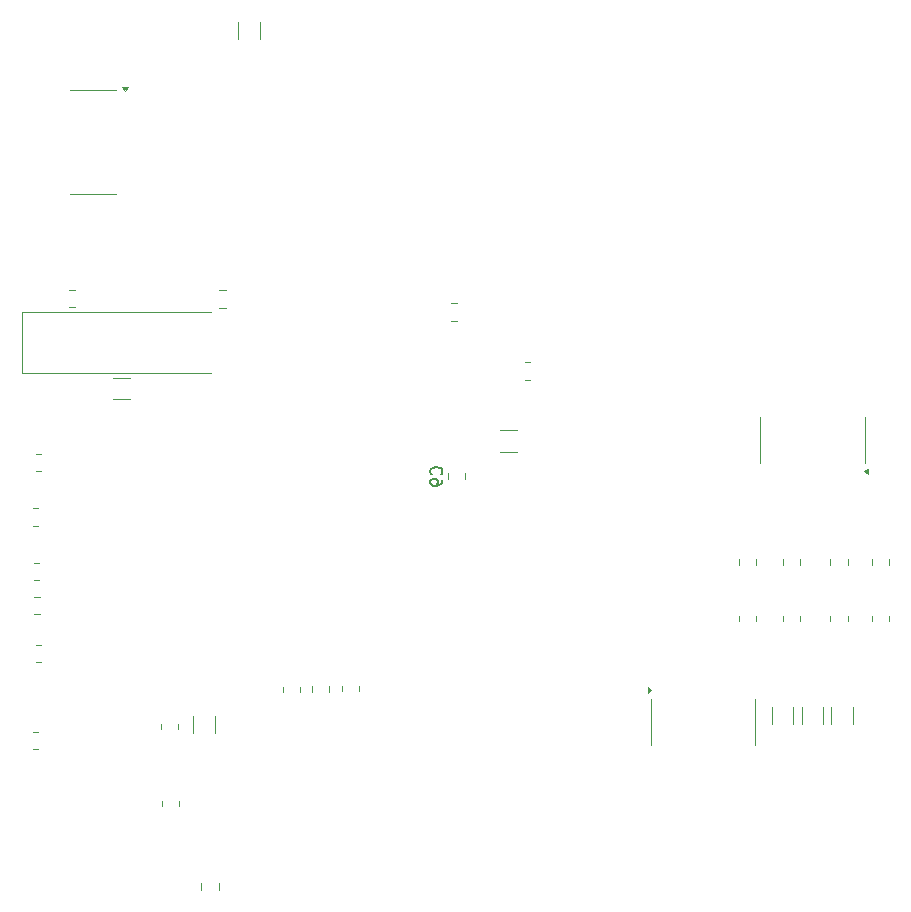
<source format=gbr>
%TF.GenerationSoftware,KiCad,Pcbnew,9.0.0*%
%TF.CreationDate,2025-06-16T14:41:11+03:00*%
%TF.ProjectId,ThorDrive_HW,54686f72-4472-4697-9665-5f48572e6b69,rev?*%
%TF.SameCoordinates,PX16c095cPY63de680*%
%TF.FileFunction,Legend,Bot*%
%TF.FilePolarity,Positive*%
%FSLAX46Y46*%
G04 Gerber Fmt 4.6, Leading zero omitted, Abs format (unit mm)*
G04 Created by KiCad (PCBNEW 9.0.0) date 2025-06-16 14:41:11*
%MOMM*%
%LPD*%
G01*
G04 APERTURE LIST*
%ADD10C,0.150000*%
%ADD11C,0.120000*%
G04 APERTURE END LIST*
D10*
X49079580Y38814167D02*
X49127200Y38861786D01*
X49127200Y38861786D02*
X49174819Y39004643D01*
X49174819Y39004643D02*
X49174819Y39099881D01*
X49174819Y39099881D02*
X49127200Y39242738D01*
X49127200Y39242738D02*
X49031961Y39337976D01*
X49031961Y39337976D02*
X48936723Y39385595D01*
X48936723Y39385595D02*
X48746247Y39433214D01*
X48746247Y39433214D02*
X48603390Y39433214D01*
X48603390Y39433214D02*
X48412914Y39385595D01*
X48412914Y39385595D02*
X48317676Y39337976D01*
X48317676Y39337976D02*
X48222438Y39242738D01*
X48222438Y39242738D02*
X48174819Y39099881D01*
X48174819Y39099881D02*
X48174819Y39004643D01*
X48174819Y39004643D02*
X48222438Y38861786D01*
X48222438Y38861786D02*
X48270057Y38814167D01*
X49174819Y38337976D02*
X49174819Y38147500D01*
X49174819Y38147500D02*
X49127200Y38052262D01*
X49127200Y38052262D02*
X49079580Y38004643D01*
X49079580Y38004643D02*
X48936723Y37909405D01*
X48936723Y37909405D02*
X48746247Y37861786D01*
X48746247Y37861786D02*
X48365295Y37861786D01*
X48365295Y37861786D02*
X48270057Y37909405D01*
X48270057Y37909405D02*
X48222438Y37957024D01*
X48222438Y37957024D02*
X48174819Y38052262D01*
X48174819Y38052262D02*
X48174819Y38242738D01*
X48174819Y38242738D02*
X48222438Y38337976D01*
X48222438Y38337976D02*
X48270057Y38385595D01*
X48270057Y38385595D02*
X48365295Y38433214D01*
X48365295Y38433214D02*
X48603390Y38433214D01*
X48603390Y38433214D02*
X48698628Y38385595D01*
X48698628Y38385595D02*
X48746247Y38337976D01*
X48746247Y38337976D02*
X48793866Y38242738D01*
X48793866Y38242738D02*
X48793866Y38052262D01*
X48793866Y38052262D02*
X48746247Y37957024D01*
X48746247Y37957024D02*
X48698628Y37909405D01*
X48698628Y37909405D02*
X48603390Y37861786D01*
D11*
%TO.C,R23*%
X54047936Y40725000D02*
X55502064Y40725000D01*
X54047936Y42545000D02*
X55502064Y42545000D01*
%TO.C,C9*%
X49665000Y38908752D02*
X49665000Y38386248D01*
X51135000Y38908752D02*
X51135000Y38386248D01*
%TO.C,C8*%
X28765000Y4183752D02*
X28765000Y3661248D01*
X30235000Y4183752D02*
X30235000Y3661248D01*
%TO.C,C7*%
X49918748Y53300000D02*
X50441252Y53300000D01*
X49918748Y51830000D02*
X50441252Y51830000D01*
%TO.C,R10*%
X56637064Y46840000D02*
X56182936Y46840000D01*
X56637064Y48310000D02*
X56182936Y48310000D01*
%TO.C,R22*%
X28090000Y16907936D02*
X28090000Y18362064D01*
X29910000Y16907936D02*
X29910000Y18362064D01*
%TO.C,R15*%
X26815000Y17237936D02*
X26815000Y17692064D01*
X25345000Y17237936D02*
X25345000Y17692064D01*
%TO.C,U4*%
X19625000Y71380000D02*
X21575000Y71380000D01*
X19625000Y71380000D02*
X17675000Y71380000D01*
X19625000Y62510000D02*
X21575000Y62510000D01*
X19625000Y62510000D02*
X17675000Y62510000D01*
X22325000Y71315000D02*
X22085000Y71645000D01*
X22565000Y71645000D01*
X22325000Y71315000D01*
G36*
X22325000Y71315000D02*
G01*
X22085000Y71645000D01*
X22565000Y71645000D01*
X22325000Y71315000D01*
G37*
%TO.C,R21*%
X14522936Y15525000D02*
X14977064Y15525000D01*
X14522936Y16995000D02*
X14977064Y16995000D01*
%TO.C,Y1*%
X13625000Y47435000D02*
X13625000Y52535000D01*
X13625000Y52535000D02*
X29600000Y52535000D01*
X29600000Y47435000D02*
X13625000Y47435000D01*
%TO.C,U3*%
X66815000Y17885000D02*
X66815000Y19835000D01*
X66815000Y17885000D02*
X66815000Y15935000D01*
X75685000Y17885000D02*
X75685000Y19835000D01*
X75685000Y17885000D02*
X75685000Y15935000D01*
X66880000Y20585000D02*
X66550000Y20345000D01*
X66550000Y20825000D01*
X66880000Y20585000D01*
G36*
X66880000Y20585000D02*
G01*
X66550000Y20345000D01*
X66550000Y20825000D01*
X66880000Y20585000D01*
G37*
%TO.C,U2*%
X84955000Y41760000D02*
X84955000Y39810000D01*
X84955000Y41760000D02*
X84955000Y43710000D01*
X76085000Y41760000D02*
X76085000Y39810000D01*
X76085000Y41760000D02*
X76085000Y43710000D01*
X85220000Y38820000D02*
X84890000Y39060000D01*
X85220000Y39300000D01*
X85220000Y38820000D01*
G36*
X85220000Y38820000D02*
G01*
X84890000Y39060000D01*
X85220000Y39300000D01*
X85220000Y38820000D01*
G37*
%TO.C,R14*%
X26875000Y10707936D02*
X26875000Y11162064D01*
X25405000Y10707936D02*
X25405000Y11162064D01*
%TO.C,R13*%
X37125000Y20367936D02*
X37125000Y20822064D01*
X35655000Y20367936D02*
X35655000Y20822064D01*
%TO.C,R12*%
X39615000Y20407936D02*
X39615000Y20862064D01*
X38145000Y20407936D02*
X38145000Y20862064D01*
%TO.C,R11*%
X42115000Y20437936D02*
X42115000Y20892064D01*
X40645000Y20437936D02*
X40645000Y20892064D01*
%TO.C,R9*%
X83485000Y26407936D02*
X83485000Y26862064D01*
X82015000Y26407936D02*
X82015000Y26862064D01*
%TO.C,R8*%
X79485000Y26407936D02*
X79485000Y26862064D01*
X78015000Y26407936D02*
X78015000Y26862064D01*
%TO.C,R7*%
X75735000Y26407936D02*
X75735000Y26862064D01*
X74265000Y26407936D02*
X74265000Y26862064D01*
%TO.C,R6*%
X86985000Y26407936D02*
X86985000Y26862064D01*
X85515000Y26407936D02*
X85515000Y26862064D01*
%TO.C,R5*%
X81410000Y17657936D02*
X81410000Y19112064D01*
X79590000Y17657936D02*
X79590000Y19112064D01*
%TO.C,R4*%
X83910000Y17657936D02*
X83910000Y19112064D01*
X82090000Y17657936D02*
X82090000Y19112064D01*
%TO.C,R3*%
X77090000Y19112064D02*
X77090000Y17657936D01*
X78910000Y19112064D02*
X78910000Y17657936D01*
%TO.C,R2*%
X33710000Y75657936D02*
X33710000Y77112064D01*
X31890000Y75657936D02*
X31890000Y77112064D01*
%TO.C,R1*%
X22727064Y46995000D02*
X21272936Y46995000D01*
X22727064Y45175000D02*
X21272936Y45175000D01*
%TO.C,C6*%
X83485000Y31123748D02*
X83485000Y31646252D01*
X82015000Y31123748D02*
X82015000Y31646252D01*
%TO.C,C5*%
X79485000Y31123748D02*
X79485000Y31646252D01*
X78015000Y31123748D02*
X78015000Y31646252D01*
%TO.C,C4*%
X75735000Y31123748D02*
X75735000Y31646252D01*
X74265000Y31123748D02*
X74265000Y31646252D01*
%TO.C,C3*%
X86985000Y31123748D02*
X86985000Y31646252D01*
X85515000Y31123748D02*
X85515000Y31646252D01*
%TO.C,C2*%
X18073752Y54420000D02*
X17551248Y54420000D01*
X18073752Y52950000D02*
X17551248Y52950000D01*
%TO.C,C1*%
X30298748Y52930000D02*
X30821252Y52930000D01*
X30298748Y54400000D02*
X30821252Y54400000D01*
%TO.C,R19*%
X14622936Y26975000D02*
X15077064Y26975000D01*
X14622936Y28445000D02*
X15077064Y28445000D01*
%TO.C,R18*%
X14572936Y31320000D02*
X15027064Y31320000D01*
X14572936Y29850000D02*
X15027064Y29850000D01*
%TO.C,R17*%
X14522936Y35945000D02*
X14977064Y35945000D01*
X14522936Y34475000D02*
X14977064Y34475000D01*
%TO.C,R16*%
X14772936Y40545000D02*
X15227064Y40545000D01*
X14772936Y39075000D02*
X15227064Y39075000D01*
%TO.C,R20*%
X14747936Y22925000D02*
X15202064Y22925000D01*
X14747936Y24395000D02*
X15202064Y24395000D01*
%TD*%
M02*

</source>
